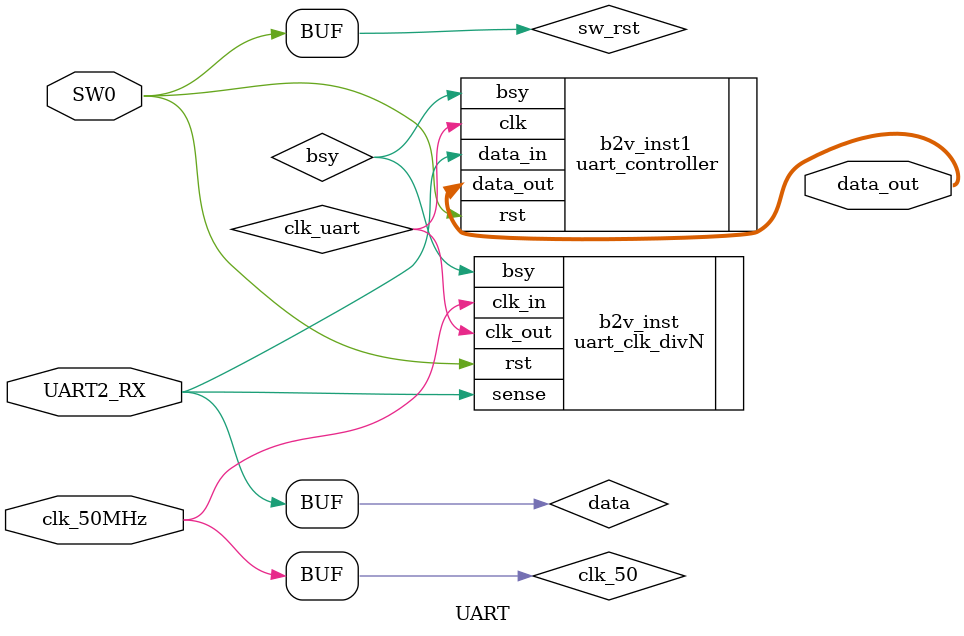
<source format=v>


module UART(
	clk_50MHz,
	SW0,
	UART2_RX,
	data_out
);


input wire	clk_50MHz;
input wire	SW0;
input wire	UART2_RX;
output wire	[7:0] data_out;

wire	bsy;
wire	clk_50;
wire	clk_uart;
wire	data;
wire	sw_rst;





uart_clk_divN	b2v_inst(
	.clk_in(clk_50),
	.rst(sw_rst),
	.sense(data),
	.bsy(bsy),
	.clk_out(clk_uart));
	defparam	b2v_inst.baud = 9600;


uart_controller	b2v_inst1(
	.clk(clk_uart),
	.rst(sw_rst),
	.data_in(data),
	.bsy(bsy),
	.data_out(data_out));

assign	clk_50 = clk_50MHz;
assign	sw_rst = SW0;
assign	data = UART2_RX;

endmodule

</source>
